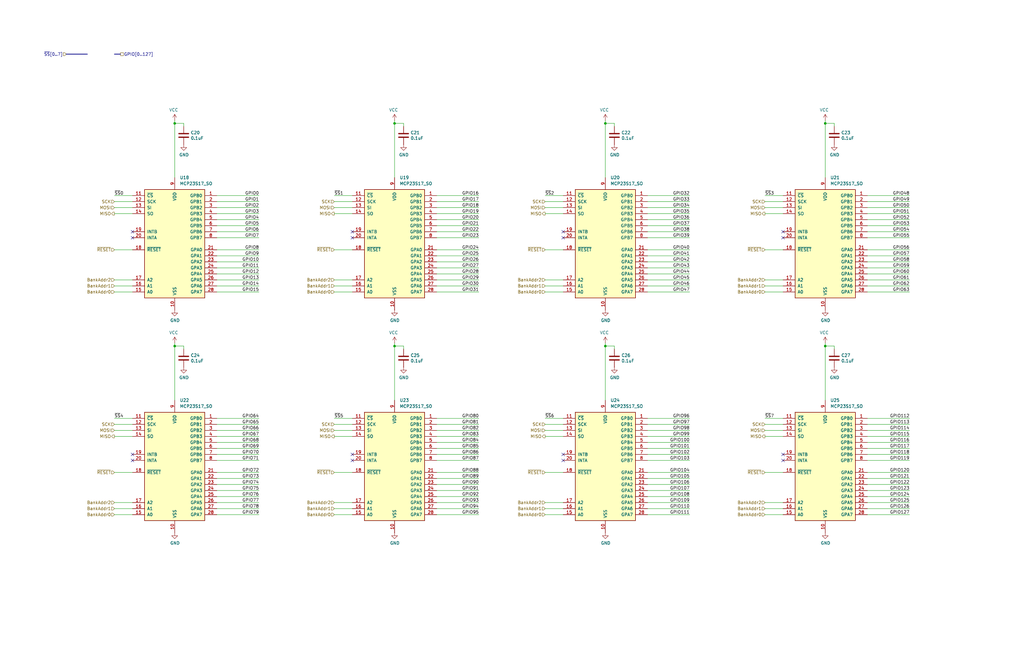
<source format=kicad_sch>
(kicad_sch (version 20250114) (generator "eeschema") (generator_version "9.0")
  (paper "USLedger")
  (title_block (date "2023-04-07"))
  (lib_symbols
    (symbol "Device:C" (pin_numbers (hide yes)) (pin_names (offset 0.254))
      (property "Reference" "C" (at 0.635 2.54 0))
      (property "Value" "C" (at 0.635 -2.54 0))
      (symbol "C_0_1"
        (polyline (pts (xy -2.032 0.762) (xy 2.032 0.762)) (stroke (width 0.508)))
        (polyline (pts (xy -2.032 -0.762) (xy 2.032 -0.762)) (stroke (width 0.508)))
      )
      (symbol "C_1_1"
        (pin passive line (at 0 3.81 270) (length 2.794) (name "~") (number "1"))
        (pin passive line (at 0 -3.81 90) (length 2.794) (name "~") (number "2"))
      )
    )
    (symbol "Interface_Expansion:MCP23S17_SO" (pin_names (offset 1.016))
      (property "Reference" "U" (at -11.43 24.13 0))
      (property "Value" "MCP23S17_SO" (at 0 0 0))
      (symbol "MCP23S17_SO_0_1"
        (rectangle (start -12.7 22.86) (end 12.7 -22.86) (stroke (width 0.254)) (fill (type background)))
      )
      (symbol "MCP23S17_SO_1_1"
        (pin input line (at -17.78 20.32 0) (length 5.08) (name "~{CS}") (number "11"))
        (pin input line (at -17.78 17.78 0) (length 5.08) (name "SCK") (number "12"))
        (pin input line (at -17.78 15.24 0) (length 5.08) (name "SI") (number "13"))
        (pin tri_state line (at -17.78 12.7 0) (length 5.08) (name "SO") (number "14"))
        (pin tri_state line (at -17.78 5.08 0) (length 5.08) (name "INTB") (number "19"))
        (pin tri_state line (at -17.78 2.54 0) (length 5.08) (name "INTA") (number "20"))
        (pin input line (at -17.78 -2.54 0) (length 5.08) (name "~{RESET}") (number "18"))
        (pin input line (at -17.78 -15.24 0) (length 5.08) (name "A2") (number "17"))
        (pin input line (at -17.78 -17.78 0) (length 5.08) (name "A1") (number "16"))
        (pin input line (at -17.78 -20.32 0) (length 5.08) (name "A0") (number "15"))
        (pin power_in line (at 0 27.94 270) (length 5.08) (name "VDD") (number "9"))
        (pin power_in line (at 0 -27.94 90) (length 5.08) (name "VSS") (number "10"))
        (pin bidirectional line (at 17.78 20.32 180) (length 5.08) (name "GPB0") (number "1"))
        (pin bidirectional line (at 17.78 17.78 180) (length 5.08) (name "GPB1") (number "2"))
        (pin bidirectional line (at 17.78 15.24 180) (length 5.08) (name "GPB2") (number "3"))
        (pin bidirectional line (at 17.78 12.7 180) (length 5.08) (name "GPB3") (number "4"))
        (pin bidirectional line (at 17.78 10.16 180) (length 5.08) (name "GPB4") (number "5"))
        (pin bidirectional line (at 17.78 7.62 180) (length 5.08) (name "GPB5") (number "6"))
        (pin bidirectional line (at 17.78 5.08 180) (length 5.08) (name "GPB6") (number "7"))
        (pin bidirectional line (at 17.78 2.54 180) (length 5.08) (name "GPB7") (number "8"))
        (pin bidirectional line (at 17.78 -2.54 180) (length 5.08) (name "GPA0") (number "21"))
        (pin bidirectional line (at 17.78 -5.08 180) (length 5.08) (name "GPA1") (number "22"))
        (pin bidirectional line (at 17.78 -7.62 180) (length 5.08) (name "GPA2") (number "23"))
        (pin bidirectional line (at 17.78 -10.16 180) (length 5.08) (name "GPA3") (number "24"))
        (pin bidirectional line (at 17.78 -12.7 180) (length 5.08) (name "GPA4") (number "25"))
        (pin bidirectional line (at 17.78 -15.24 180) (length 5.08) (name "GPA5") (number "26"))
        (pin bidirectional line (at 17.78 -17.78 180) (length 5.08) (name "GPA6") (number "27"))
        (pin bidirectional line (at 17.78 -20.32 180) (length 5.08) (name "GPA7") (number "28"))
      )
    )
    (symbol "power:GND" (power) (pin_numbers (hide yes)) (pin_names (offset 0) (hide yes))
      (property "Value" "GND" (at 0 -3.81 0))
      (symbol "GND_0_1"
        (polyline (pts (xy 0 0) (xy 0 -1.27) (xy 1.27 -1.27) (xy 0 -2.54) (xy -1.27 -1.27) (xy 0 -1.27)))
      )
      (symbol "GND_1_1"
        (pin power_in line (at 0 0 270) (length 0) (name "~") (number "1"))
      )
    )
    (symbol "power:VCC" (power) (pin_numbers (hide yes)) (pin_names (offset 0) (hide yes))
      (property "Value" "VCC" (at 0 3.556 0))
      (symbol "VCC_0_1"
        (polyline (pts (xy -0.762 1.27) (xy 0 2.54)))
        (polyline (pts (xy 0 2.54) (xy 0.762 1.27)))
        (polyline (pts (xy 0 0) (xy 0 2.54)))
      )
      (symbol "VCC_1_1"
        (pin power_in line (at 0 0 90) (length 0) (name "~") (number "1"))
      )
    )
  )
  (junction (at 73.66 52.07))
  (junction (at 255.27 146.05))
  (junction (at 166.37 146.05))
  (junction (at 73.66 146.05))
  (junction (at 347.98 146.05))
  (junction (at 347.98 52.07))
  (junction (at 166.37 52.07))
  (junction (at 255.27 52.07))
  (no_connect (at 330.2 191.77))
  (no_connect (at 148.59 97.79))
  (no_connect (at 237.49 194.31))
  (no_connect (at 237.49 100.33))
  (no_connect (at 55.88 194.31))
  (no_connect (at 55.88 100.33))
  (no_connect (at 237.49 97.79))
  (no_connect (at 55.88 191.77))
  (no_connect (at 148.59 191.77))
  (no_connect (at 55.88 97.79))
  (no_connect (at 237.49 191.77))
  (no_connect (at 330.2 100.33))
  (no_connect (at 330.2 194.31))
  (no_connect (at 148.59 194.31))
  (no_connect (at 330.2 97.79))
  (no_connect (at 148.59 100.33))
  (wire (pts (xy 322.58 90.17) (xy 330.2 90.17)))
  (wire (pts (xy 201.93 179.07) (xy 184.15 179.07)))
  (wire (pts (xy 201.93 189.23) (xy 184.15 189.23)))
  (wire (pts (xy 201.93 214.63) (xy 184.15 214.63)))
  (wire (pts (xy 140.97 179.07) (xy 148.59 179.07)))
  (wire (pts (xy 201.93 110.49) (xy 184.15 110.49)))
  (wire (pts (xy 140.97 181.61) (xy 148.59 181.61)))
  (wire (pts (xy 322.58 176.53) (xy 330.2 176.53)))
  (wire (pts (xy 201.93 107.95) (xy 184.15 107.95)))
  (wire (pts (xy 322.58 118.11) (xy 330.2 118.11)))
  (wire (pts (xy 383.54 110.49) (xy 365.76 110.49)))
  (wire (pts (xy 229.87 199.39) (xy 237.49 199.39)))
  (wire (pts (xy 229.87 120.65) (xy 237.49 120.65)))
  (wire (pts (xy 201.93 92.71) (xy 184.15 92.71)))
  (wire (pts (xy 383.54 123.19) (xy 365.76 123.19)))
  (wire (pts (xy 290.83 110.49) (xy 273.05 110.49)))
  (wire (pts (xy 229.87 87.63) (xy 237.49 87.63)))
  (wire (pts (xy 73.66 50.8) (xy 73.66 52.07)))
  (wire (pts (xy 259.08 147.32) (xy 259.08 146.05)))
  (wire (pts (xy 48.26 179.07) (xy 55.88 179.07)))
  (wire (pts (xy 322.58 199.39) (xy 330.2 199.39)))
  (wire (pts (xy 109.22 118.11) (xy 91.44 118.11)))
  (wire (pts (xy 383.54 207.01) (xy 365.76 207.01)))
  (wire (pts (xy 201.93 120.65) (xy 184.15 120.65)))
  (wire (pts (xy 290.83 199.39) (xy 273.05 199.39)))
  (wire (pts (xy 383.54 107.95) (xy 365.76 107.95)))
  (wire (pts (xy 322.58 179.07) (xy 330.2 179.07)))
  (wire (pts (xy 383.54 176.53) (xy 365.76 176.53)))
  (wire (pts (xy 109.22 110.49) (xy 91.44 110.49)))
  (wire (pts (xy 383.54 179.07) (xy 365.76 179.07)))
  (wire (pts (xy 48.26 217.17) (xy 55.88 217.17)))
  (wire (pts (xy 290.83 186.69) (xy 273.05 186.69)))
  (wire (pts (xy 166.37 50.8) (xy 166.37 52.07)))
  (wire (pts (xy 140.97 85.09) (xy 148.59 85.09)))
  (wire (pts (xy 48.26 214.63) (xy 55.88 214.63)))
  (wire (pts (xy 109.22 181.61) (xy 91.44 181.61)))
  (wire (pts (xy 290.83 87.63) (xy 273.05 87.63)))
  (wire (pts (xy 170.18 53.34) (xy 170.18 52.07)))
  (wire (pts (xy 290.83 217.17) (xy 273.05 217.17)))
  (wire (pts (xy 290.83 118.11) (xy 273.05 118.11)))
  (wire (pts (xy 290.83 184.15) (xy 273.05 184.15)))
  (wire (pts (xy 201.93 85.09) (xy 184.15 85.09)))
  (wire (pts (xy 109.22 82.55) (xy 91.44 82.55)))
  (wire (pts (xy 109.22 115.57) (xy 91.44 115.57)))
  (wire (pts (xy 201.93 97.79) (xy 184.15 97.79)))
  (wire (pts (xy 347.98 52.07) (xy 351.79 52.07)))
  (wire (pts (xy 322.58 87.63) (xy 330.2 87.63)))
  (wire (pts (xy 322.58 217.17) (xy 330.2 217.17)))
  (wire (pts (xy 140.97 184.15) (xy 148.59 184.15)))
  (wire (pts (xy 48.26 105.41) (xy 55.88 105.41)))
  (wire (pts (xy 347.98 52.07) (xy 347.98 74.93)))
  (bus (pts (xy 27.94 22.86) (xy 36.83 22.86)))
  (wire (pts (xy 290.83 204.47) (xy 273.05 204.47)))
  (wire (pts (xy 383.54 85.09) (xy 365.76 85.09)))
  (wire (pts (xy 290.83 120.65) (xy 273.05 120.65)))
  (wire (pts (xy 383.54 92.71) (xy 365.76 92.71)))
  (wire (pts (xy 201.93 209.55) (xy 184.15 209.55)))
  (wire (pts (xy 383.54 184.15) (xy 365.76 184.15)))
  (wire (pts (xy 77.47 53.34) (xy 77.47 52.07)))
  (bus (pts (xy 50.8 22.86) (xy 48.26 22.86)))
  (wire (pts (xy 383.54 115.57) (xy 365.76 115.57)))
  (wire (pts (xy 229.87 82.55) (xy 237.49 82.55)))
  (wire (pts (xy 48.26 184.15) (xy 55.88 184.15)))
  (wire (pts (xy 166.37 146.05) (xy 170.18 146.05)))
  (wire (pts (xy 201.93 115.57) (xy 184.15 115.57)))
  (wire (pts (xy 229.87 212.09) (xy 237.49 212.09)))
  (wire (pts (xy 140.97 214.63) (xy 148.59 214.63)))
  (wire (pts (xy 48.26 199.39) (xy 55.88 199.39)))
  (wire (pts (xy 383.54 186.69) (xy 365.76 186.69)))
  (wire (pts (xy 201.93 123.19) (xy 184.15 123.19)))
  (wire (pts (xy 109.22 87.63) (xy 91.44 87.63)))
  (wire (pts (xy 290.83 181.61) (xy 273.05 181.61)))
  (wire (pts (xy 166.37 144.78) (xy 166.37 146.05)))
  (wire (pts (xy 109.22 201.93) (xy 91.44 201.93)))
  (wire (pts (xy 109.22 100.33) (xy 91.44 100.33)))
  (wire (pts (xy 48.26 90.17) (xy 55.88 90.17)))
  (wire (pts (xy 109.22 207.01) (xy 91.44 207.01)))
  (wire (pts (xy 229.87 176.53) (xy 237.49 176.53)))
  (wire (pts (xy 73.66 146.05) (xy 77.47 146.05)))
  (wire (pts (xy 383.54 191.77) (xy 365.76 191.77)))
  (wire (pts (xy 109.22 179.07) (xy 91.44 179.07)))
  (wire (pts (xy 201.93 105.41) (xy 184.15 105.41)))
  (wire (pts (xy 322.58 85.09) (xy 330.2 85.09)))
  (wire (pts (xy 229.87 123.19) (xy 237.49 123.19)))
  (wire (pts (xy 383.54 100.33) (xy 365.76 100.33)))
  (wire (pts (xy 322.58 82.55) (xy 330.2 82.55)))
  (wire (pts (xy 140.97 123.19) (xy 148.59 123.19)))
  (wire (pts (xy 48.26 120.65) (xy 55.88 120.65)))
  (wire (pts (xy 109.22 107.95) (xy 91.44 107.95)))
  (wire (pts (xy 166.37 146.05) (xy 166.37 168.91)))
  (wire (pts (xy 383.54 97.79) (xy 365.76 97.79)))
  (wire (pts (xy 166.37 52.07) (xy 166.37 74.93)))
  (wire (pts (xy 347.98 144.78) (xy 347.98 146.05)))
  (wire (pts (xy 229.87 184.15) (xy 237.49 184.15)))
  (wire (pts (xy 383.54 194.31) (xy 365.76 194.31)))
  (wire (pts (xy 290.83 92.71) (xy 273.05 92.71)))
  (wire (pts (xy 77.47 147.32) (xy 77.47 146.05)))
  (wire (pts (xy 322.58 181.61) (xy 330.2 181.61)))
  (wire (pts (xy 383.54 90.17) (xy 365.76 90.17)))
  (wire (pts (xy 73.66 52.07) (xy 73.66 74.93)))
  (wire (pts (xy 290.83 201.93) (xy 273.05 201.93)))
  (wire (pts (xy 229.87 118.11) (xy 237.49 118.11)))
  (wire (pts (xy 351.79 147.32) (xy 351.79 146.05)))
  (wire (pts (xy 201.93 184.15) (xy 184.15 184.15)))
  (wire (pts (xy 109.22 186.69) (xy 91.44 186.69)))
  (wire (pts (xy 290.83 176.53) (xy 273.05 176.53)))
  (wire (pts (xy 322.58 214.63) (xy 330.2 214.63)))
  (wire (pts (xy 140.97 217.17) (xy 148.59 217.17)))
  (wire (pts (xy 255.27 146.05) (xy 259.08 146.05)))
  (wire (pts (xy 109.22 95.25) (xy 91.44 95.25)))
  (wire (pts (xy 73.66 146.05) (xy 73.66 168.91)))
  (wire (pts (xy 383.54 120.65) (xy 365.76 120.65)))
  (wire (pts (xy 166.37 52.07) (xy 170.18 52.07)))
  (wire (pts (xy 73.66 144.78) (xy 73.66 146.05)))
  (wire (pts (xy 48.26 212.09) (xy 55.88 212.09)))
  (wire (pts (xy 109.22 113.03) (xy 91.44 113.03)))
  (wire (pts (xy 48.26 181.61) (xy 55.88 181.61)))
  (wire (pts (xy 229.87 85.09) (xy 237.49 85.09)))
  (wire (pts (xy 383.54 217.17) (xy 365.76 217.17)))
  (wire (pts (xy 229.87 217.17) (xy 237.49 217.17)))
  (wire (pts (xy 109.22 176.53) (xy 91.44 176.53)))
  (wire (pts (xy 383.54 204.47) (xy 365.76 204.47)))
  (wire (pts (xy 140.97 90.17) (xy 148.59 90.17)))
  (wire (pts (xy 140.97 212.09) (xy 148.59 212.09)))
  (wire (pts (xy 383.54 118.11) (xy 365.76 118.11)))
  (wire (pts (xy 290.83 90.17) (xy 273.05 90.17)))
  (wire (pts (xy 383.54 209.55) (xy 365.76 209.55)))
  (wire (pts (xy 229.87 181.61) (xy 237.49 181.61)))
  (wire (pts (xy 322.58 212.09) (xy 330.2 212.09)))
  (wire (pts (xy 201.93 100.33) (xy 184.15 100.33)))
  (wire (pts (xy 201.93 118.11) (xy 184.15 118.11)))
  (wire (pts (xy 109.22 214.63) (xy 91.44 214.63)))
  (wire (pts (xy 259.08 53.34) (xy 259.08 52.07)))
  (wire (pts (xy 140.97 105.41) (xy 148.59 105.41)))
  (wire (pts (xy 290.83 105.41) (xy 273.05 105.41)))
  (wire (pts (xy 290.83 191.77) (xy 273.05 191.77)))
  (wire (pts (xy 109.22 212.09) (xy 91.44 212.09)))
  (wire (pts (xy 140.97 199.39) (xy 148.59 199.39)))
  (wire (pts (xy 48.26 85.09) (xy 55.88 85.09)))
  (wire (pts (xy 170.18 147.32) (xy 170.18 146.05)))
  (wire (pts (xy 109.22 209.55) (xy 91.44 209.55)))
  (wire (pts (xy 140.97 118.11) (xy 148.59 118.11)))
  (wire (pts (xy 322.58 105.41) (xy 330.2 105.41)))
  (wire (pts (xy 140.97 120.65) (xy 148.59 120.65)))
  (wire (pts (xy 322.58 123.19) (xy 330.2 123.19)))
  (wire (pts (xy 383.54 212.09) (xy 365.76 212.09)))
  (wire (pts (xy 201.93 194.31) (xy 184.15 194.31)))
  (wire (pts (xy 48.26 123.19) (xy 55.88 123.19)))
  (wire (pts (xy 347.98 146.05) (xy 351.79 146.05)))
  (wire (pts (xy 201.93 201.93) (xy 184.15 201.93)))
  (wire (pts (xy 109.22 90.17) (xy 91.44 90.17)))
  (wire (pts (xy 383.54 113.03) (xy 365.76 113.03)))
  (wire (pts (xy 109.22 92.71) (xy 91.44 92.71)))
  (wire (pts (xy 383.54 95.25) (xy 365.76 95.25)))
  (wire (pts (xy 109.22 184.15) (xy 91.44 184.15)))
  (wire (pts (xy 201.93 90.17) (xy 184.15 90.17)))
  (wire (pts (xy 109.22 123.19) (xy 91.44 123.19)))
  (wire (pts (xy 290.83 95.25) (xy 273.05 95.25)))
  (wire (pts (xy 290.83 97.79) (xy 273.05 97.79)))
  (wire (pts (xy 109.22 199.39) (xy 91.44 199.39)))
  (wire (pts (xy 255.27 146.05) (xy 255.27 168.91)))
  (wire (pts (xy 290.83 189.23) (xy 273.05 189.23)))
  (wire (pts (xy 229.87 90.17) (xy 237.49 90.17)))
  (wire (pts (xy 255.27 52.07) (xy 259.08 52.07)))
  (wire (pts (xy 201.93 176.53) (xy 184.15 176.53)))
  (wire (pts (xy 229.87 179.07) (xy 237.49 179.07)))
  (wire (pts (xy 201.93 186.69) (xy 184.15 186.69)))
  (wire (pts (xy 109.22 105.41) (xy 91.44 105.41)))
  (wire (pts (xy 109.22 217.17) (xy 91.44 217.17)))
  (wire (pts (xy 140.97 176.53) (xy 148.59 176.53)))
  (wire (pts (xy 48.26 87.63) (xy 55.88 87.63)))
  (wire (pts (xy 290.83 82.55) (xy 273.05 82.55)))
  (wire (pts (xy 201.93 87.63) (xy 184.15 87.63)))
  (wire (pts (xy 383.54 105.41) (xy 365.76 105.41)))
  (wire (pts (xy 255.27 144.78) (xy 255.27 146.05)))
  (wire (pts (xy 290.83 123.19) (xy 273.05 123.19)))
  (wire (pts (xy 290.83 179.07) (xy 273.05 179.07)))
  (wire (pts (xy 109.22 189.23) (xy 91.44 189.23)))
  (wire (pts (xy 290.83 209.55) (xy 273.05 209.55)))
  (wire (pts (xy 48.26 176.53) (xy 55.88 176.53)))
  (wire (pts (xy 229.87 105.41) (xy 237.49 105.41)))
  (wire (pts (xy 351.79 53.34) (xy 351.79 52.07)))
  (wire (pts (xy 73.66 52.07) (xy 77.47 52.07)))
  (wire (pts (xy 347.98 146.05) (xy 347.98 168.91)))
  (wire (pts (xy 201.93 212.09) (xy 184.15 212.09)))
  (wire (pts (xy 109.22 204.47) (xy 91.44 204.47)))
  (wire (pts (xy 290.83 115.57) (xy 273.05 115.57)))
  (wire (pts (xy 109.22 97.79) (xy 91.44 97.79)))
  (wire (pts (xy 383.54 214.63) (xy 365.76 214.63)))
  (wire (pts (xy 255.27 50.8) (xy 255.27 52.07)))
  (wire (pts (xy 290.83 107.95) (xy 273.05 107.95)))
  (wire (pts (xy 290.83 212.09) (xy 273.05 212.09)))
  (wire (pts (xy 201.93 191.77) (xy 184.15 191.77)))
  (wire (pts (xy 140.97 87.63) (xy 148.59 87.63)))
  (wire (pts (xy 201.93 217.17) (xy 184.15 217.17)))
  (wire (pts (xy 201.93 82.55) (xy 184.15 82.55)))
  (wire (pts (xy 290.83 194.31) (xy 273.05 194.31)))
  (wire (pts (xy 255.27 52.07) (xy 255.27 74.93)))
  (wire (pts (xy 290.83 100.33) (xy 273.05 100.33)))
  (wire (pts (xy 109.22 194.31) (xy 91.44 194.31)))
  (wire (pts (xy 201.93 199.39) (xy 184.15 199.39)))
  (wire (pts (xy 383.54 199.39) (xy 365.76 199.39)))
  (wire (pts (xy 48.26 82.55) (xy 55.88 82.55)))
  (wire (pts (xy 383.54 87.63) (xy 365.76 87.63)))
  (wire (pts (xy 201.93 207.01) (xy 184.15 207.01)))
  (wire (pts (xy 290.83 85.09) (xy 273.05 85.09)))
  (wire (pts (xy 201.93 95.25) (xy 184.15 95.25)))
  (wire (pts (xy 48.26 118.11) (xy 55.88 118.11)))
  (wire (pts (xy 109.22 120.65) (xy 91.44 120.65)))
  (wire (pts (xy 347.98 50.8) (xy 347.98 52.07)))
  (wire (pts (xy 109.22 191.77) (xy 91.44 191.77)))
  (wire (pts (xy 322.58 184.15) (xy 330.2 184.15)))
  (wire (pts (xy 201.93 113.03) (xy 184.15 113.03)))
  (wire (pts (xy 109.22 85.09) (xy 91.44 85.09)))
  (wire (pts (xy 140.97 82.55) (xy 148.59 82.55)))
  (wire (pts (xy 383.54 189.23) (xy 365.76 189.23)))
  (wire (pts (xy 290.83 207.01) (xy 273.05 207.01)))
  (wire (pts (xy 290.83 113.03) (xy 273.05 113.03)))
  (wire (pts (xy 383.54 181.61) (xy 365.76 181.61)))
  (wire (pts (xy 201.93 204.47) (xy 184.15 204.47)))
  (wire (pts (xy 229.87 214.63) (xy 237.49 214.63)))
  (wire (pts (xy 322.58 120.65) (xy 330.2 120.65)))
  (wire (pts (xy 383.54 201.93) (xy 365.76 201.93)))
  (wire (pts (xy 383.54 82.55) (xy 365.76 82.55)))
  (wire (pts (xy 201.93 181.61) (xy 184.15 181.61)))
  (wire (pts (xy 290.83 214.63) (xy 273.05 214.63)))
  (label "GPIO95" (at 201.93 217.17 180))
  (label "GPIO66" (at 109.22 181.61 180))
  (label "~{SS}0" (at 48.26 82.55 0))
  (label "GPIO70" (at 109.22 191.77 180))
  (label "GPIO121" (at 383.54 201.93 180))
  (label "GPIO19" (at 201.93 90.17 180))
  (label "GPIO18" (at 201.93 87.63 180))
  (label "GPIO4" (at 109.22 92.71 180))
  (label "GPIO15" (at 109.22 123.19 180))
  (label "GPIO103" (at 290.83 194.31 180))
  (label "GPIO124" (at 383.54 209.55 180))
  (label "GPIO72" (at 109.22 199.39 180))
  (label "~{SS}5" (at 140.97 176.53 0))
  (label "GPIO109" (at 290.83 212.09 180))
  (label "GPIO12" (at 109.22 115.57 180))
  (label "GPIO99" (at 290.83 184.15 180))
  (label "GPIO112" (at 383.54 176.53 180))
  (label "GPIO81" (at 201.93 179.07 180))
  (label "GPIO62" (at 383.54 120.65 180))
  (label "GPIO116" (at 383.54 186.69 180))
  (label "GPIO57" (at 383.54 107.95 180))
  (label "GPIO9" (at 109.22 107.95 180))
  (label "GPIO41" (at 290.83 107.95 180))
  (label "GPIO45" (at 290.83 118.11 180))
  (label "GPIO82" (at 201.93 181.61 180))
  (label "GPIO26" (at 201.93 110.49 180))
  (label "GPIO80" (at 201.93 176.53 180))
  (label "GPIO114" (at 383.54 181.61 180))
  (label "GPIO39" (at 290.83 100.33 180))
  (label "GPIO98" (at 290.83 181.61 180))
  (label "GPIO34" (at 290.83 87.63 180))
  (label "GPIO120" (at 383.54 199.39 180))
  (label "GPIO44" (at 290.83 115.57 180))
  (label "GPIO24" (at 201.93 105.41 180))
  (label "GPIO3" (at 109.22 90.17 180))
  (label "GPIO47" (at 290.83 123.19 180))
  (label "~{SS}3" (at 322.58 82.55 0))
  (label "GPIO20" (at 201.93 92.71 180))
  (label "GPIO53" (at 383.54 95.25 180))
  (label "GPIO93" (at 201.93 212.09 180))
  (label "GPIO10" (at 109.22 110.49 180))
  (label "GPIO76" (at 109.22 209.55 180))
  (label "GPIO55" (at 383.54 100.33 180))
  (label "GPIO1" (at 109.22 85.09 180))
  (label "GPIO43" (at 290.83 113.03 180))
  (label "GPIO61" (at 383.54 118.11 180))
  (label "~{SS}6" (at 229.87 176.53 0))
  (label "GPIO59" (at 383.54 113.03 180))
  (label "GPIO87" (at 201.93 194.31 180))
  (label "GPIO117" (at 383.54 189.23 180))
  (label "GPIO54" (at 383.54 97.79 180))
  (label "GPIO119" (at 383.54 194.31 180))
  (label "GPIO38" (at 290.83 97.79 180))
  (label "GPIO111" (at 290.83 217.17 180))
  (label "GPIO46" (at 290.83 120.65 180))
  (label "GPIO127" (at 383.54 217.17 180))
  (label "GPIO90" (at 201.93 204.47 180))
  (label "~{SS}4" (at 48.26 176.53 0))
  (label "GPIO73" (at 109.22 201.93 180))
  (label "GPIO65" (at 109.22 179.07 180))
  (label "GPIO58" (at 383.54 110.49 180))
  (label "GPIO97" (at 290.83 179.07 180))
  (label "GPIO100" (at 290.83 186.69 180))
  (label "GPIO56" (at 383.54 105.41 180))
  (label "GPIO25" (at 201.93 107.95 180))
  (label "GPIO23" (at 201.93 100.33 180))
  (label "GPIO40" (at 290.83 105.41 180))
  (label "GPIO86" (at 201.93 191.77 180))
  (label "GPIO78" (at 109.22 214.63 180))
  (label "GPIO126" (at 383.54 214.63 180))
  (label "GPIO67" (at 109.22 184.15 180))
  (label "GPIO42" (at 290.83 110.49 180))
  (label "GPIO49" (at 383.54 85.09 180))
  (label "GPIO71" (at 109.22 194.31 180))
  (label "GPIO16" (at 201.93 82.55 180))
  (label "GPIO37" (at 290.83 95.25 180))
  (label "GPIO28" (at 201.93 115.57 180))
  (label "GPIO115" (at 383.54 184.15 180))
  (label "GPIO107" (at 290.83 207.01 180))
  (label "GPIO29" (at 201.93 118.11 180))
  (label "GPIO30" (at 201.93 120.65 180))
  (label "GPIO106" (at 290.83 204.47 180))
  (label "GPIO88" (at 201.93 199.39 180))
  (label "GPIO35" (at 290.83 90.17 180))
  (label "~{SS}7" (at 322.58 176.53 0))
  (label "GPIO13" (at 109.22 118.11 180))
  (label "GPIO32" (at 290.83 82.55 180))
  (label "GPIO17" (at 201.93 85.09 180))
  (label "GPIO92" (at 201.93 209.55 180))
  (label "GPIO63" (at 383.54 123.19 180))
  (label "GPIO118" (at 383.54 191.77 180))
  (label "GPIO8" (at 109.22 105.41 180))
  (label "GPIO0" (at 109.22 82.55 180))
  (label "GPIO122" (at 383.54 204.47 180))
  (label "GPIO22" (at 201.93 97.79 180))
  (label "GPIO104" (at 290.83 199.39 180))
  (label "GPIO125" (at 383.54 212.09 180))
  (label "GPIO7" (at 109.22 100.33 180))
  (label "GPIO27" (at 201.93 113.03 180))
  (label "GPIO36" (at 290.83 92.71 180))
  (label "GPIO102" (at 290.83 191.77 180))
  (label "GPIO11" (at 109.22 113.03 180))
  (label "GPIO6" (at 109.22 97.79 180))
  (label "GPIO2" (at 109.22 87.63 180))
  (label "GPIO105" (at 290.83 201.93 180))
  (label "GPIO77" (at 109.22 212.09 180))
  (label "GPIO79" (at 109.22 217.17 180))
  (label "GPIO84" (at 201.93 186.69 180))
  (label "GPIO50" (at 383.54 87.63 180))
  (label "GPIO64" (at 109.22 176.53 180))
  (label "GPIO52" (at 383.54 92.71 180))
  (label "GPIO68" (at 109.22 186.69 180))
  (label "~{SS}1" (at 140.97 82.55 0))
  (label "GPIO31" (at 201.93 123.19 180))
  (label "GPIO21" (at 201.93 95.25 180))
  (label "GPIO96" (at 290.83 176.53 180))
  (label "GPIO91" (at 201.93 207.01 180))
  (label "GPIO123" (at 383.54 207.01 180))
  (label "GPIO110" (at 290.83 214.63 180))
  (label "GPIO74" (at 109.22 204.47 180))
  (label "GPIO60" (at 383.54 115.57 180))
  (label "GPIO75" (at 109.22 207.01 180))
  (label "GPIO94" (at 201.93 214.63 180))
  (label "GPIO108" (at 290.83 209.55 180))
  (label "GPIO83" (at 201.93 184.15 180))
  (label "GPIO14" (at 109.22 120.65 180))
  (label "GPIO33" (at 290.83 85.09 180))
  (label "GPIO51" (at 383.54 90.17 180))
  (label "GPIO85" (at 201.93 189.23 180))
  (label "~{SS}2" (at 229.87 82.55 0))
  (label "GPIO89" (at 201.93 201.93 180))
  (label "GPIO69" (at 109.22 189.23 180))
  (label "GPIO113" (at 383.54 179.07 180))
  (label "GPIO101" (at 290.83 189.23 180))
  (label "GPIO48" (at 383.54 82.55 180))
  (label "GPIO5" (at 109.22 95.25 180))
  (hierarchical_label "BankAddr2" (shape input) (at 140.97 212.09 180))
  (hierarchical_label "MISO" (shape output) (at 322.58 184.15 180))
  (hierarchical_label "BankAddr0" (shape input) (at 322.58 217.17 180))
  (hierarchical_label "SCK" (shape input) (at 48.26 179.07 180))
  (hierarchical_label "MISO" (shape output) (at 48.26 184.15 180))
  (hierarchical_label "~{RESET}" (shape input) (at 322.58 105.41 180))
  (hierarchical_label "~{RESET}" (shape input) (at 48.26 105.41 180))
  (hierarchical_label "BankAddr1" (shape input) (at 140.97 120.65 180))
  (hierarchical_label "~{RESET}" (shape input) (at 322.58 199.39 180))
  (hierarchical_label "MISO" (shape output) (at 229.87 90.17 180))
  (hierarchical_label "BankAddr2" (shape input) (at 229.87 118.11 180))
  (hierarchical_label "BankAddr1" (shape input) (at 48.26 214.63 180))
  (hierarchical_label "BankAddr0" (shape input) (at 48.26 217.17 180))
  (hierarchical_label "SCK" (shape input) (at 140.97 85.09 180))
  (hierarchical_label "GPIO[0..127]" (shape passive) (at 50.8 22.86 0))
  (hierarchical_label "MOSI" (shape input) (at 322.58 87.63 180))
  (hierarchical_label "MOSI" (shape input) (at 229.87 87.63 180))
  (hierarchical_label "MOSI" (shape input) (at 48.26 87.63 180))
  (hierarchical_label "BankAddr1" (shape input) (at 322.58 120.65 180))
  (hierarchical_label "SCK" (shape input) (at 229.87 85.09 180))
  (hierarchical_label "MISO" (shape output) (at 140.97 90.17 180))
  (hierarchical_label "BankAddr1" (shape input) (at 140.97 214.63 180))
  (hierarchical_label "~{RESET}" (shape input) (at 229.87 199.39 180))
  (hierarchical_label "BankAddr2" (shape input) (at 48.26 118.11 180))
  (hierarchical_label "BankAddr0" (shape input) (at 322.58 123.19 180))
  (hierarchical_label "BankAddr2" (shape input) (at 322.58 212.09 180))
  (hierarchical_label "BankAddr0" (shape input) (at 48.26 123.19 180))
  (hierarchical_label "MISO" (shape output) (at 229.87 184.15 180))
  (hierarchical_label "BankAddr0" (shape input) (at 229.87 123.19 180))
  (hierarchical_label "~{RESET}" (shape input) (at 140.97 199.39 180))
  (hierarchical_label "SCK" (shape input) (at 140.97 179.07 180))
  (hierarchical_label "~{SS}[0..7]" (shape input) (at 27.94 22.86 180))
  (hierarchical_label "BankAddr2" (shape input) (at 48.26 212.09 180))
  (hierarchical_label "BankAddr2" (shape input) (at 229.87 212.09 180))
  (hierarchical_label "~{RESET}" (shape input) (at 140.97 105.41 180))
  (hierarchical_label "BankAddr1" (shape input) (at 322.58 214.63 180))
  (hierarchical_label "MISO" (shape output) (at 140.97 184.15 180))
  (hierarchical_label "BankAddr1" (shape input) (at 229.87 214.63 180))
  (hierarchical_label "~{RESET}" (shape input) (at 229.87 105.41 180))
  (hierarchical_label "SCK" (shape input) (at 48.26 85.09 180))
  (hierarchical_label "MOSI" (shape input) (at 322.58 181.61 180))
  (hierarchical_label "MOSI" (shape input) (at 140.97 87.63 180))
  (hierarchical_label "~{RESET}" (shape input) (at 48.26 199.39 180))
  (hierarchical_label "BankAddr1" (shape input) (at 229.87 120.65 180))
  (hierarchical_label "SCK" (shape input) (at 322.58 179.07 180))
  (hierarchical_label "MISO" (shape output) (at 322.58 90.17 180))
  (hierarchical_label "BankAddr2" (shape input) (at 322.58 118.11 180))
  (hierarchical_label "MOSI" (shape input) (at 140.97 181.61 180))
  (hierarchical_label "SCK" (shape input) (at 229.87 179.07 180))
  (hierarchical_label "BankAddr2" (shape input) (at 140.97 118.11 180))
  (hierarchical_label "SCK" (shape input) (at 322.58 85.09 180))
  (hierarchical_label "MOSI" (shape input) (at 229.87 181.61 180))
  (hierarchical_label "BankAddr0" (shape input) (at 140.97 123.19 180))
  (hierarchical_label "BankAddr1" (shape input) (at 48.26 120.65 180))
  (hierarchical_label "MISO" (shape output) (at 48.26 90.17 180))
  (hierarchical_label "MOSI" (shape input) (at 48.26 181.61 180))
  (hierarchical_label "BankAddr0" (shape input) (at 140.97 217.17 180))
  (hierarchical_label "BankAddr0" (shape input) (at 229.87 217.17 180))
  (symbol (lib_id "Device:C") (at 170.18 57.15 0) (unit 1)
    (property "Reference" "C5" (at 173.101 55.9816 0) (effects (justify left)))
    (property "Value" "0.1uF" (at 173.101 58.293 0) (effects (justify left)))
    (property "Footprint" "Capacitor_SMD:C_0603_1608Metric" (effects (hide yes)))
    (property "Datasheet" "https://www.mouser.com/datasheet/2/396/taiyo_yuden_12132018_mlcc11_hq_e-1510082.pdf" (effects (hide yes)))
    (property "Manufacturer" "Taiyo Yuden" (effects (hide yes)))
    (property "Manufacturer#" "EMK107B7104KAHT" (effects (hide yes)))
    (property "Mouser#" "963-EMK107B7104KAHT" (effects (hide yes)))
    (property "Digikey#" "587-6004-1-ND" (effects (hide yes)))
    (instances (project "CardTestFixture" (path "" (reference "C21") (unit 1)) (path "" (reference "C13") (unit 1)) (path "" (reference "C5") (unit 1))))
  )
  (symbol (lib_id "Interface_Expansion:MCP23S17_SO") (at 347.98 196.85 0) (unit 1)
    (property "Reference" "U9" (at 350.1233 168.91 0) (effects (justify left)))
    (property "Value" "MCP23S17_SO" (at 350.1233 171.45 0) (effects (justify left)))
    (property "Footprint" "Package_SO:SOIC-28W_7.5x17.9mm_P1.27mm" (effects (hide yes)))
    (property "Datasheet" "http://ww1.microchip.com/downloads/en/DeviceDoc/20001952C.pdf" (effects (hide yes)))
    (property "Description" "16-bit I/O expander, SPI, interrupts, w pull-ups, SOIC-28" (effects (hide yes)))
    (instances (project "CardTestFixture" (path "" (reference "U25") (unit 1)) (path "" (reference "U17") (unit 1)) (path "" (reference "U9") (unit 1))))
  )
  (symbol (lib_id "Interface_Expansion:MCP23S17_SO") (at 255.27 196.85 0) (unit 1)
    (property "Reference" "U8" (at 257.4133 168.91 0) (effects (justify left)))
    (property "Value" "MCP23S17_SO" (at 257.4133 171.45 0) (effects (justify left)))
    (property "Footprint" "Package_SO:SOIC-28W_7.5x17.9mm_P1.27mm" (effects (hide yes)))
    (property "Datasheet" "http://ww1.microchip.com/downloads/en/DeviceDoc/20001952C.pdf" (effects (hide yes)))
    (property "Description" "16-bit I/O expander, SPI, interrupts, w pull-ups, SOIC-28" (effects (hide yes)))
    (instances (project "CardTestFixture" (path "" (reference "U24") (unit 1)) (path "" (reference "U16") (unit 1)) (path "" (reference "U8") (unit 1))))
  )
  (symbol (lib_id "Interface_Expansion:MCP23S17_SO") (at 73.66 102.87 0) (unit 1)
    (property "Reference" "U2" (at 75.8033 74.93 0) (effects (justify left)))
    (property "Value" "MCP23S17_SO" (at 75.8033 77.47 0) (effects (justify left)))
    (property "Footprint" "Package_SO:SOIC-28W_7.5x17.9mm_P1.27mm" (effects (hide yes)))
    (property "Datasheet" "http://ww1.microchip.com/downloads/en/DeviceDoc/20001952C.pdf" (effects (hide yes)))
    (property "Description" "16-bit I/O expander, SPI, interrupts, w pull-ups, SOIC-28" (effects (hide yes)))
    (instances (project "CardTestFixture" (path "" (reference "U18") (unit 1)) (path "" (reference "U10") (unit 1)) (path "" (reference "U2") (unit 1))))
  )
  (symbol (lib_id "power:VCC") (at 347.98 50.8 0) (mirror y) (unit 1)
    (property "Reference" "#PWR028" (effects (hide yes)))
    (property "Value" "VCC" (at 347.5482 46.4058 0))
    (property "Description" "Power symbol creates a global label with name \"VCC\"" (effects (hide yes)))
    (instances (project "CardTestFixture" (path "" (reference "#PWR0106") (unit 1)) (path "" (reference "#PWR082") (unit 1)) (path "" (reference "#PWR028") (unit 1))))
  )
  (symbol (lib_id "power:VCC") (at 166.37 144.78 0) (mirror y) (unit 1)
    (property "Reference" "#PWR038" (effects (hide yes)))
    (property "Value" "VCC" (at 165.9382 140.3858 0))
    (property "Description" "Power symbol creates a global label with name \"VCC\"" (effects (hide yes)))
    (instances (project "CardTestFixture" (path "" (reference "#PWR0116") (unit 1)) (path "" (reference "#PWR092") (unit 1)) (path "" (reference "#PWR038") (unit 1))))
  )
  (symbol (lib_id "power:GND") (at 77.47 154.94 0) (unit 1)
    (property "Reference" "#PWR041" (effects (hide yes)))
    (property "Value" "GND" (at 77.597 159.3342 0))
    (property "Description" "Power symbol creates a global label with name \"GND\" , ground" (effects (hide yes)))
    (instances (project "CardTestFixture" (path "" (reference "#PWR0119") (unit 1)) (path "" (reference "#PWR095") (unit 1)) (path "" (reference "#PWR041") (unit 1))))
  )
  (symbol (lib_id "Interface_Expansion:MCP23S17_SO") (at 255.27 102.87 0) (unit 1)
    (property "Reference" "U4" (at 257.4133 74.93 0) (effects (justify left)))
    (property "Value" "MCP23S17_SO" (at 257.4133 77.47 0) (effects (justify left)))
    (property "Footprint" "Package_SO:SOIC-28W_7.5x17.9mm_P1.27mm" (effects (hide yes)))
    (property "Datasheet" "http://ww1.microchip.com/downloads/en/DeviceDoc/20001952C.pdf" (effects (hide yes)))
    (property "Description" "16-bit I/O expander, SPI, interrupts, w pull-ups, SOIC-28" (effects (hide yes)))
    (instances (project "CardTestFixture" (path "" (reference "U20") (unit 1)) (path "" (reference "U12") (unit 1)) (path "" (reference "U4") (unit 1))))
  )
  (symbol (lib_id "Device:C") (at 77.47 57.15 0) (unit 1)
    (property "Reference" "C4" (at 80.391 55.9816 0) (effects (justify left)))
    (property "Value" "0.1uF" (at 80.391 58.293 0) (effects (justify left)))
    (property "Footprint" "Capacitor_SMD:C_0603_1608Metric" (effects (hide yes)))
    (property "Datasheet" "https://www.mouser.com/datasheet/2/396/taiyo_yuden_12132018_mlcc11_hq_e-1510082.pdf" (effects (hide yes)))
    (property "Manufacturer" "Taiyo Yuden" (effects (hide yes)))
    (property "Manufacturer#" "EMK107B7104KAHT" (effects (hide yes)))
    (property "Mouser#" "963-EMK107B7104KAHT" (effects (hide yes)))
    (property "Digikey#" "587-6004-1-ND" (effects (hide yes)))
    (instances (project "CardTestFixture" (path "" (reference "C20") (unit 1)) (path "" (reference "C12") (unit 1)) (path "" (reference "C4") (unit 1))))
  )
  (symbol (lib_id "power:GND") (at 73.66 224.79 0) (unit 1)
    (property "Reference" "#PWR045" (effects (hide yes)))
    (property "Value" "GND" (at 73.787 229.1842 0))
    (property "Description" "Power symbol creates a global label with name \"GND\" , ground" (effects (hide yes)))
    (instances (project "CardTestFixture" (path "" (reference "#PWR0123") (unit 1)) (path "" (reference "#PWR099") (unit 1)) (path "" (reference "#PWR045") (unit 1))))
  )
  (symbol (lib_id "power:GND") (at 166.37 130.81 0) (unit 1)
    (property "Reference" "#PWR034" (effects (hide yes)))
    (property "Value" "GND" (at 166.497 135.2042 0))
    (property "Description" "Power symbol creates a global label with name \"GND\" , ground" (effects (hide yes)))
    (instances (project "CardTestFixture" (path "" (reference "#PWR0112") (unit 1)) (path "" (reference "#PWR088") (unit 1)) (path "" (reference "#PWR034") (unit 1))))
  )
  (symbol (lib_id "power:GND") (at 255.27 224.79 0) (unit 1)
    (property "Reference" "#PWR047" (effects (hide yes)))
    (property "Value" "GND" (at 255.397 229.1842 0))
    (property "Description" "Power symbol creates a global label with name \"GND\" , ground" (effects (hide yes)))
    (instances (project "CardTestFixture" (path "" (reference "#PWR0125") (unit 1)) (path "" (reference "#PWR0101") (unit 1)) (path "" (reference "#PWR047") (unit 1))))
  )
  (symbol (lib_id "power:GND") (at 347.98 130.81 0) (unit 1)
    (property "Reference" "#PWR036" (effects (hide yes)))
    (property "Value" "GND" (at 348.107 135.2042 0))
    (property "Description" "Power symbol creates a global label with name \"GND\" , ground" (effects (hide yes)))
    (instances (project "CardTestFixture" (path "" (reference "#PWR0114") (unit 1)) (path "" (reference "#PWR090") (unit 1)) (path "" (reference "#PWR036") (unit 1))))
  )
  (symbol (lib_id "Device:C") (at 351.79 57.15 0) (unit 1)
    (property "Reference" "C7" (at 354.711 55.9816 0) (effects (justify left)))
    (property "Value" "0.1uF" (at 354.711 58.293 0) (effects (justify left)))
    (property "Footprint" "Capacitor_SMD:C_0603_1608Metric" (effects (hide yes)))
    (property "Datasheet" "https://www.mouser.com/datasheet/2/396/taiyo_yuden_12132018_mlcc11_hq_e-1510082.pdf" (effects (hide yes)))
    (property "Manufacturer" "Taiyo Yuden" (effects (hide yes)))
    (property "Manufacturer#" "EMK107B7104KAHT" (effects (hide yes)))
    (property "Mouser#" "963-EMK107B7104KAHT" (effects (hide yes)))
    (property "Digikey#" "587-6004-1-ND" (effects (hide yes)))
    (instances (project "CardTestFixture" (path "" (reference "C23") (unit 1)) (path "" (reference "C15") (unit 1)) (path "" (reference "C7") (unit 1))))
  )
  (symbol (lib_id "power:VCC") (at 255.27 50.8 0) (mirror y) (unit 1)
    (property "Reference" "#PWR027" (effects (hide yes)))
    (property "Value" "VCC" (at 254.8382 46.4058 0))
    (property "Description" "Power symbol creates a global label with name \"VCC\"" (effects (hide yes)))
    (instances (project "CardTestFixture" (path "" (reference "#PWR0105") (unit 1)) (path "" (reference "#PWR081") (unit 1)) (path "" (reference "#PWR027") (unit 1))))
  )
  (symbol (lib_id "power:VCC") (at 73.66 50.8 0) (mirror y) (unit 1)
    (property "Reference" "#PWR025" (effects (hide yes)))
    (property "Value" "VCC" (at 73.2282 46.4058 0))
    (property "Description" "Power symbol creates a global label with name \"VCC\"" (effects (hide yes)))
    (instances (project "CardTestFixture" (path "" (reference "#PWR0103") (unit 1)) (path "" (reference "#PWR079") (unit 1)) (path "" (reference "#PWR025") (unit 1))))
  )
  (symbol (lib_id "power:GND") (at 255.27 130.81 0) (unit 1)
    (property "Reference" "#PWR035" (effects (hide yes)))
    (property "Value" "GND" (at 255.397 135.2042 0))
    (property "Description" "Power symbol creates a global label with name \"GND\" , ground" (effects (hide yes)))
    (instances (project "CardTestFixture" (path "" (reference "#PWR0113") (unit 1)) (path "" (reference "#PWR089") (unit 1)) (path "" (reference "#PWR035") (unit 1))))
  )
  (symbol (lib_id "Interface_Expansion:MCP23S17_SO") (at 166.37 102.87 0) (unit 1)
    (property "Reference" "U3" (at 168.5133 74.93 0) (effects (justify left)))
    (property "Value" "MCP23S17_SO" (at 168.5133 77.47 0) (effects (justify left)))
    (property "Footprint" "Package_SO:SOIC-28W_7.5x17.9mm_P1.27mm" (effects (hide yes)))
    (property "Datasheet" "http://ww1.microchip.com/downloads/en/DeviceDoc/20001952C.pdf" (effects (hide yes)))
    (property "Description" "16-bit I/O expander, SPI, interrupts, w pull-ups, SOIC-28" (effects (hide yes)))
    (instances (project "CardTestFixture" (path "" (reference "U19") (unit 1)) (path "" (reference "U11") (unit 1)) (path "" (reference "U3") (unit 1))))
  )
  (symbol (lib_id "Device:C") (at 259.08 57.15 0) (unit 1)
    (property "Reference" "C6" (at 262.001 55.9816 0) (effects (justify left)))
    (property "Value" "0.1uF" (at 262.001 58.293 0) (effects (justify left)))
    (property "Footprint" "Capacitor_SMD:C_0603_1608Metric" (effects (hide yes)))
    (property "Datasheet" "https://www.mouser.com/datasheet/2/396/taiyo_yuden_12132018_mlcc11_hq_e-1510082.pdf" (effects (hide yes)))
    (property "Manufacturer" "Taiyo Yuden" (effects (hide yes)))
    (property "Manufacturer#" "EMK107B7104KAHT" (effects (hide yes)))
    (property "Mouser#" "963-EMK107B7104KAHT" (effects (hide yes)))
    (property "Digikey#" "587-6004-1-ND" (effects (hide yes)))
    (instances (project "CardTestFixture" (path "" (reference "C22") (unit 1)) (path "" (reference "C14") (unit 1)) (path "" (reference "C6") (unit 1))))
  )
  (symbol (lib_id "power:GND") (at 347.98 224.79 0) (unit 1)
    (property "Reference" "#PWR048" (effects (hide yes)))
    (property "Value" "GND" (at 348.107 229.1842 0))
    (property "Description" "Power symbol creates a global label with name \"GND\" , ground" (effects (hide yes)))
    (instances (project "CardTestFixture" (path "" (reference "#PWR0126") (unit 1)) (path "" (reference "#PWR0102") (unit 1)) (path "" (reference "#PWR048") (unit 1))))
  )
  (symbol (lib_id "power:VCC") (at 166.37 50.8 0) (mirror y) (unit 1)
    (property "Reference" "#PWR026" (effects (hide yes)))
    (property "Value" "VCC" (at 165.9382 46.4058 0))
    (property "Description" "Power symbol creates a global label with name \"VCC\"" (effects (hide yes)))
    (instances (project "CardTestFixture" (path "" (reference "#PWR0104") (unit 1)) (path "" (reference "#PWR080") (unit 1)) (path "" (reference "#PWR026") (unit 1))))
  )
  (symbol (lib_id "power:GND") (at 77.47 60.96 0) (unit 1)
    (property "Reference" "#PWR029" (effects (hide yes)))
    (property "Value" "GND" (at 77.597 65.3542 0))
    (property "Description" "Power symbol creates a global label with name \"GND\" , ground" (effects (hide yes)))
    (instances (project "CardTestFixture" (path "" (reference "#PWR0107") (unit 1)) (path "" (reference "#PWR083") (unit 1)) (path "" (reference "#PWR029") (unit 1))))
  )
  (symbol (lib_id "power:GND") (at 170.18 154.94 0) (unit 1)
    (property "Reference" "#PWR042" (effects (hide yes)))
    (property "Value" "GND" (at 170.307 159.3342 0))
    (property "Description" "Power symbol creates a global label with name \"GND\" , ground" (effects (hide yes)))
    (instances (project "CardTestFixture" (path "" (reference "#PWR0120") (unit 1)) (path "" (reference "#PWR096") (unit 1)) (path "" (reference "#PWR042") (unit 1))))
  )
  (symbol (lib_id "Device:C") (at 351.79 151.13 0) (unit 1)
    (property "Reference" "C11" (at 354.711 149.9616 0) (effects (justify left)))
    (property "Value" "0.1uF" (at 354.711 152.273 0) (effects (justify left)))
    (property "Footprint" "Capacitor_SMD:C_0603_1608Metric" (effects (hide yes)))
    (property "Datasheet" "https://www.mouser.com/datasheet/2/396/taiyo_yuden_12132018_mlcc11_hq_e-1510082.pdf" (effects (hide yes)))
    (property "Manufacturer" "Taiyo Yuden" (effects (hide yes)))
    (property "Manufacturer#" "EMK107B7104KAHT" (effects (hide yes)))
    (property "Mouser#" "963-EMK107B7104KAHT" (effects (hide yes)))
    (property "Digikey#" "587-6004-1-ND" (effects (hide yes)))
    (instances (project "CardTestFixture" (path "" (reference "C27") (unit 1)) (path "" (reference "C19") (unit 1)) (path "" (reference "C11") (unit 1))))
  )
  (symbol (lib_id "power:GND") (at 166.37 224.79 0) (unit 1)
    (property "Reference" "#PWR046" (effects (hide yes)))
    (property "Value" "GND" (at 166.497 229.1842 0))
    (property "Description" "Power symbol creates a global label with name \"GND\" , ground" (effects (hide yes)))
    (instances (project "CardTestFixture" (path "" (reference "#PWR0124") (unit 1)) (path "" (reference "#PWR0100") (unit 1)) (path "" (reference "#PWR046") (unit 1))))
  )
  (symbol (lib_id "power:VCC") (at 255.27 144.78 0) (mirror y) (unit 1)
    (property "Reference" "#PWR039" (effects (hide yes)))
    (property "Value" "VCC" (at 254.8382 140.3858 0))
    (property "Description" "Power symbol creates a global label with name \"VCC\"" (effects (hide yes)))
    (instances (project "CardTestFixture" (path "" (reference "#PWR0117") (unit 1)) (path "" (reference "#PWR093") (unit 1)) (path "" (reference "#PWR039") (unit 1))))
  )
  (symbol (lib_id "power:GND") (at 259.08 154.94 0) (unit 1)
    (property "Reference" "#PWR043" (effects (hide yes)))
    (property "Value" "GND" (at 259.207 159.3342 0))
    (property "Description" "Power symbol creates a global label with name \"GND\" , ground" (effects (hide yes)))
    (instances (project "CardTestFixture" (path "" (reference "#PWR0121") (unit 1)) (path "" (reference "#PWR097") (unit 1)) (path "" (reference "#PWR043") (unit 1))))
  )
  (symbol (lib_id "power:GND") (at 259.08 60.96 0) (unit 1)
    (property "Reference" "#PWR031" (effects (hide yes)))
    (property "Value" "GND" (at 259.207 65.3542 0))
    (property "Description" "Power symbol creates a global label with name \"GND\" , ground" (effects (hide yes)))
    (instances (project "CardTestFixture" (path "" (reference "#PWR0109") (unit 1)) (path "" (reference "#PWR085") (unit 1)) (path "" (reference "#PWR031") (unit 1))))
  )
  (symbol (lib_id "Device:C") (at 259.08 151.13 0) (unit 1)
    (property "Reference" "C10" (at 262.001 149.9616 0) (effects (justify left)))
    (property "Value" "0.1uF" (at 262.001 152.273 0) (effects (justify left)))
    (property "Footprint" "Capacitor_SMD:C_0603_1608Metric" (effects (hide yes)))
    (property "Datasheet" "https://www.mouser.com/datasheet/2/396/taiyo_yuden_12132018_mlcc11_hq_e-1510082.pdf" (effects (hide yes)))
    (property "Manufacturer" "Taiyo Yuden" (effects (hide yes)))
    (property "Manufacturer#" "EMK107B7104KAHT" (effects (hide yes)))
    (property "Mouser#" "963-EMK107B7104KAHT" (effects (hide yes)))
    (property "Digikey#" "587-6004-1-ND" (effects (hide yes)))
    (instances (project "CardTestFixture" (path "" (reference "C26") (unit 1)) (path "" (reference "C18") (unit 1)) (path "" (reference "C10") (unit 1))))
  )
  (symbol (lib_id "Interface_Expansion:MCP23S17_SO") (at 347.98 102.87 0) (unit 1)
    (property "Reference" "U5" (at 350.1233 74.93 0) (effects (justify left)))
    (property "Value" "MCP23S17_SO" (at 350.1233 77.47 0) (effects (justify left)))
    (property "Footprint" "Package_SO:SOIC-28W_7.5x17.9mm_P1.27mm" (effects (hide yes)))
    (property "Datasheet" "http://ww1.microchip.com/downloads/en/DeviceDoc/20001952C.pdf" (effects (hide yes)))
    (property "Description" "16-bit I/O expander, SPI, interrupts, w pull-ups, SOIC-28" (effects (hide yes)))
    (instances (project "CardTestFixture" (path "" (reference "U21") (unit 1)) (path "" (reference "U13") (unit 1)) (path "" (reference "U5") (unit 1))))
  )
  (symbol (lib_id "Interface_Expansion:MCP23S17_SO") (at 166.37 196.85 0) (unit 1)
    (property "Reference" "U7" (at 168.5133 168.91 0) (effects (justify left)))
    (property "Value" "MCP23S17_SO" (at 168.5133 171.45 0) (effects (justify left)))
    (property "Footprint" "Package_SO:SOIC-28W_7.5x17.9mm_P1.27mm" (effects (hide yes)))
    (property "Datasheet" "http://ww1.microchip.com/downloads/en/DeviceDoc/20001952C.pdf" (effects (hide yes)))
    (property "Description" "16-bit I/O expander, SPI, interrupts, w pull-ups, SOIC-28" (effects (hide yes)))
    (instances (project "CardTestFixture" (path "" (reference "U23") (unit 1)) (path "" (reference "U15") (unit 1)) (path "" (reference "U7") (unit 1))))
  )
  (symbol (lib_id "Device:C") (at 170.18 151.13 0) (unit 1)
    (property "Reference" "C9" (at 173.101 149.9616 0) (effects (justify left)))
    (property "Value" "0.1uF" (at 173.101 152.273 0) (effects (justify left)))
    (property "Footprint" "Capacitor_SMD:C_0603_1608Metric" (effects (hide yes)))
    (property "Datasheet" "https://www.mouser.com/datasheet/2/396/taiyo_yuden_12132018_mlcc11_hq_e-1510082.pdf" (effects (hide yes)))
    (property "Manufacturer" "Taiyo Yuden" (effects (hide yes)))
    (property "Manufacturer#" "EMK107B7104KAHT" (effects (hide yes)))
    (property "Mouser#" "963-EMK107B7104KAHT" (effects (hide yes)))
    (property "Digikey#" "587-6004-1-ND" (effects (hide yes)))
    (instances (project "CardTestFixture" (path "" (reference "C25") (unit 1)) (path "" (reference "C17") (unit 1)) (path "" (reference "C9") (unit 1))))
  )
  (symbol (lib_id "power:GND") (at 351.79 60.96 0) (unit 1)
    (property "Reference" "#PWR032" (effects (hide yes)))
    (property "Value" "GND" (at 351.917 65.3542 0))
    (property "Description" "Power symbol creates a global label with name \"GND\" , ground" (effects (hide yes)))
    (instances (project "CardTestFixture" (path "" (reference "#PWR0110") (unit 1)) (path "" (reference "#PWR086") (unit 1)) (path "" (reference "#PWR032") (unit 1))))
  )
  (symbol (lib_id "power:VCC") (at 73.66 144.78 0) (mirror y) (unit 1)
    (property "Reference" "#PWR037" (effects (hide yes)))
    (property "Value" "VCC" (at 73.2282 140.3858 0))
    (property "Description" "Power symbol creates a global label with name \"VCC\"" (effects (hide yes)))
    (instances (project "CardTestFixture" (path "" (reference "#PWR0115") (unit 1)) (path "" (reference "#PWR091") (unit 1)) (path "" (reference "#PWR037") (unit 1))))
  )
  (symbol (lib_id "Device:C") (at 77.47 151.13 0) (unit 1)
    (property "Reference" "C8" (at 80.391 149.9616 0) (effects (justify left)))
    (property "Value" "0.1uF" (at 80.391 152.273 0) (effects (justify left)))
    (property "Footprint" "Capacitor_SMD:C_0603_1608Metric" (effects (hide yes)))
    (property "Datasheet" "https://www.mouser.com/datasheet/2/396/taiyo_yuden_12132018_mlcc11_hq_e-1510082.pdf" (effects (hide yes)))
    (property "Manufacturer" "Taiyo Yuden" (effects (hide yes)))
    (property "Manufacturer#" "EMK107B7104KAHT" (effects (hide yes)))
    (property "Mouser#" "963-EMK107B7104KAHT" (effects (hide yes)))
    (property "Digikey#" "587-6004-1-ND" (effects (hide yes)))
    (instances (project "CardTestFixture" (path "" (reference "C24") (unit 1)) (path "" (reference "C16") (unit 1)) (path "" (reference "C8") (unit 1))))
  )
  (symbol (lib_id "power:GND") (at 351.79 154.94 0) (unit 1)
    (property "Reference" "#PWR044" (effects (hide yes)))
    (property "Value" "GND" (at 351.917 159.3342 0))
    (property "Description" "Power symbol creates a global label with name \"GND\" , ground" (effects (hide yes)))
    (instances (project "CardTestFixture" (path "" (reference "#PWR0122") (unit 1)) (path "" (reference "#PWR098") (unit 1)) (path "" (reference "#PWR044") (unit 1))))
  )
  (symbol (lib_id "power:GND") (at 170.18 60.96 0) (unit 1)
    (property "Reference" "#PWR030" (effects (hide yes)))
    (property "Value" "GND" (at 170.307 65.3542 0))
    (property "Description" "Power symbol creates a global label with name \"GND\" , ground" (effects (hide yes)))
    (instances (project "CardTestFixture" (path "" (reference "#PWR0108") (unit 1)) (path "" (reference "#PWR084") (unit 1)) (path "" (reference "#PWR030") (unit 1))))
  )
  (symbol (lib_id "Interface_Expansion:MCP23S17_SO") (at 73.66 196.85 0) (unit 1)
    (property "Reference" "U6" (at 75.8033 168.91 0) (effects (justify left)))
    (property "Value" "MCP23S17_SO" (at 75.8033 171.45 0) (effects (justify left)))
    (property "Footprint" "Package_SO:SOIC-28W_7.5x17.9mm_P1.27mm" (effects (hide yes)))
    (property "Datasheet" "http://ww1.microchip.com/downloads/en/DeviceDoc/20001952C.pdf" (effects (hide yes)))
    (property "Description" "16-bit I/O expander, SPI, interrupts, w pull-ups, SOIC-28" (effects (hide yes)))
    (instances (project "CardTestFixture" (path "" (reference "U22") (unit 1)) (path "" (reference "U14") (unit 1)) (path "" (reference "U6") (unit 1))))
  )
  (symbol (lib_id "power:GND") (at 73.66 130.81 0) (unit 1)
    (property "Reference" "#PWR033" (effects (hide yes)))
    (property "Value" "GND" (at 73.787 135.2042 0))
    (property "Description" "Power symbol creates a global label with name \"GND\" , ground" (effects (hide yes)))
    (instances (project "CardTestFixture" (path "" (reference "#PWR0111") (unit 1)) (path "" (reference "#PWR087") (unit 1)) (path "" (reference "#PWR033") (unit 1))))
  )
  (symbol (lib_id "power:VCC") (at 347.98 144.78 0) (mirror y) (unit 1)
    (property "Reference" "#PWR040" (effects (hide yes)))
    (property "Value" "VCC" (at 347.5482 140.3858 0))
    (property "Description" "Power symbol creates a global label with name \"VCC\"" (effects (hide yes)))
    (instances (project "CardTestFixture" (path "" (reference "#PWR0118") (unit 1)) (path "" (reference "#PWR094") (unit 1)) (path "" (reference "#PWR040") (unit 1))))
  )
)
</source>
